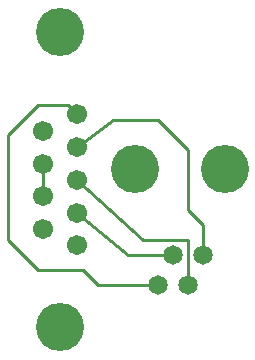
<source format=gbl>
%MOIN*%
%FSLAX25Y25*%
G04 D10 used for Character Trace; *
G04     Circle (OD=.01000) (No hole)*
G04 D11 used for Power Trace; *
G04     Circle (OD=.06500) (No hole)*
G04 D12 used for Signal Trace; *
G04     Circle (OD=.01100) (No hole)*
G04 D13 used for Via; *
G04     Circle (OD=.05800) (Round. Hole ID=.02800)*
G04 D14 used for Component hole; *
G04     Circle (OD=.06500) (Round. Hole ID=.03500)*
G04 D15 used for Component hole; *
G04     Circle (OD=.06700) (Round. Hole ID=.04300)*
G04 D16 used for Component hole; *
G04     Circle (OD=.08100) (Round. Hole ID=.05100)*
G04 D17 used for Component hole; *
G04     Circle (OD=.08900) (Round. Hole ID=.05900)*
G04 D18 used for Component hole; *
G04     Circle (OD=.11300) (Round. Hole ID=.08300)*
G04 D19 used for Component hole; *
G04     Circle (OD=.16000) (Round. Hole ID=.13000)*
G04 D20 used for Component hole; *
G04     Circle (OD=.18300) (Round. Hole ID=.15300)*
G04 D21 used for Component hole; *
G04     Circle (OD=.22291) (Round. Hole ID=.19291)*
%ADD10C,.01000*%
%ADD11C,.06500*%
%ADD12C,.01100*%
%ADD13C,.05800*%
%ADD14C,.06500*%
%ADD15C,.06700*%
%ADD16C,.08100*%
%ADD17C,.08900*%
%ADD18C,.11300*%
%ADD19C,.16000*%
%ADD20C,.18300*%
%ADD21C,.22291*%
%IPPOS*%
%LPD*%
G90*X0Y0D02*D12*X30000Y35000D02*X45000D01*        
X50000Y30000D01*X70000D01*D14*D03*D12*            
X60000Y40000D02*X75000D01*D14*D03*D12*            
X80000Y30000D02*Y45000D01*D14*Y30000D03*          
X85000Y40000D03*D12*Y50000D01*X80000Y55000D01*    
Y75000D01*X70000Y85000D01*X55000D01*              
X43100Y75900D01*D15*D03*Y86800D03*D12*            
X40000Y90000D01*X30000D01*X20000Y80000D01*        
Y45000D01*X30000Y35000D01*D15*X31800Y48700D03*    
X43100Y43200D03*Y54100D03*D12*X60000Y40000D01*    
X65000Y45000D02*X80000D01*X65000D02*              
X43100Y65000D01*D15*D03*X31800Y81300D03*Y70400D03*
D12*Y59600D01*D15*D03*D19*X62500Y68500D03*        
X37400Y15800D03*Y114200D03*X92500Y68500D03*M02*   

</source>
